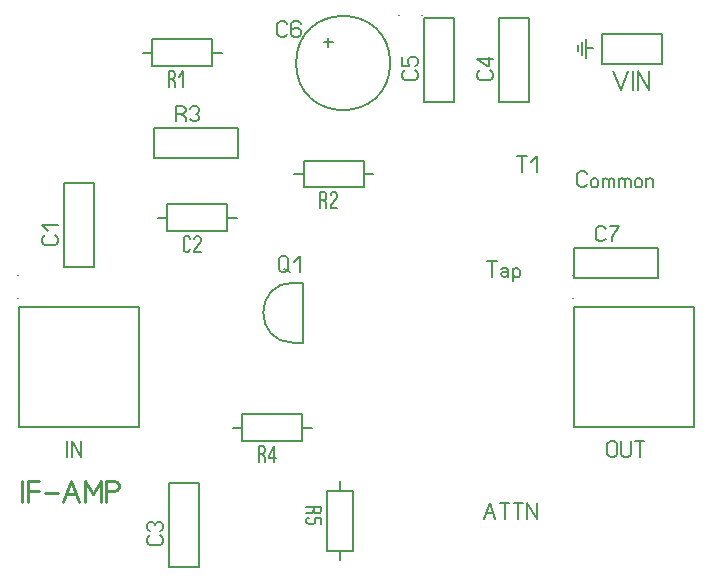
<source format=gbr>
%FSLAX34Y34*%
%MOMM*%
%LNSILK_TOP*%
G71*
G01*
%ADD10C,0.150*%
%ADD11C,0.167*%
%ADD12C,0.200*%
%ADD13C,0.144*%
%ADD14C,0.206*%
%ADD15C,0.222*%
%LPD*%
G54D10*
X-233030Y99435D02*
X-233030Y77260D01*
X-283730Y77260D01*
X-283730Y99435D01*
X-233030Y99435D01*
G54D10*
X-232830Y88348D02*
X-224930Y88348D01*
G54D10*
X-283830Y88348D02*
X-291730Y88347D01*
G54D11*
X-267304Y66090D02*
X-265304Y64423D01*
X-264637Y62756D01*
X-264637Y59423D01*
G54D11*
X-269971Y59423D02*
X-269971Y72756D01*
X-266637Y72756D01*
X-265304Y71923D01*
X-264637Y70256D01*
X-264637Y68590D01*
X-265304Y66923D01*
X-266637Y66090D01*
X-269971Y66090D01*
G54D11*
X-260971Y67756D02*
X-257637Y72756D01*
X-257637Y59423D01*
G54D10*
X-332931Y-21810D02*
X-358331Y-21810D01*
X-358331Y-93410D01*
X-332931Y-93410D01*
X-332931Y-21810D01*
G54D11*
X-366222Y-66466D02*
X-364556Y-67466D01*
X-363722Y-69466D01*
X-363722Y-71466D01*
X-364556Y-73466D01*
X-366222Y-74466D01*
X-374556Y-74466D01*
X-376222Y-73466D01*
X-377056Y-71466D01*
X-377056Y-69466D01*
X-376222Y-67466D01*
X-374556Y-66466D01*
G54D11*
X-372056Y-62799D02*
X-377056Y-57799D01*
X-363722Y-57799D01*
G54D10*
X144612Y-102364D02*
X144612Y-76964D01*
X73012Y-76964D01*
X73012Y-102364D01*
X144612Y-102364D01*
G54D11*
X99988Y-69072D02*
X98988Y-70739D01*
X96988Y-71572D01*
X94988Y-71572D01*
X92988Y-70739D01*
X91988Y-69072D01*
X91988Y-60739D01*
X92988Y-59072D01*
X94988Y-58239D01*
X96988Y-58239D01*
X98988Y-59072D01*
X99988Y-60739D01*
G54D11*
X103655Y-58239D02*
X111655Y-58239D01*
X110655Y-59906D01*
X108655Y-62406D01*
X106655Y-65739D01*
X105655Y-68239D01*
X105655Y-71572D01*
G54D12*
X106700Y72614D02*
X112700Y56614D01*
X118700Y72614D01*
G54D12*
X123100Y56614D02*
X123100Y72614D01*
G54D12*
X127500Y56614D02*
X127500Y72614D01*
X137100Y56614D01*
X137100Y72614D01*
G54D10*
X96904Y78788D02*
X96904Y104188D01*
X147704Y104188D01*
X147704Y78788D01*
X96904Y78788D01*
G54D12*
X89571Y92017D02*
X83220Y92017D01*
G54D12*
X83220Y84080D02*
X83221Y99955D01*
G54D12*
X80046Y97573D02*
X80046Y86461D01*
G54D12*
X76871Y89636D02*
X76871Y94398D01*
G54D10*
X-164400Y-106500D02*
X-156400Y-106500D01*
X-156400Y-157225D01*
X-164400Y-157225D01*
G54D10*
G75*
G01X-164361Y-106369D02*
G03X-164361Y-157370I0J-25500D01*
G01*
G54D11*
X-172544Y-94825D02*
X-167544Y-97325D01*
G54D11*
X-168544Y-86492D02*
X-168544Y-94825D01*
X-169544Y-96492D01*
X-171544Y-97325D01*
X-173544Y-97325D01*
X-175544Y-96492D01*
X-176544Y-94825D01*
X-176544Y-86492D01*
X-175544Y-84825D01*
X-173544Y-83992D01*
X-171544Y-83992D01*
X-169544Y-84825D01*
X-168544Y-86492D01*
G54D11*
X-163877Y-88992D02*
X-158877Y-83992D01*
X-158877Y-97325D01*
G54D10*
X-396900Y-126900D02*
X-295300Y-126900D01*
X-295300Y-228500D01*
X-396900Y-228500D01*
X-396900Y-126900D01*
G54D13*
X-397650Y-100150D02*
X-397650Y-100150D01*
G54D13*
X-397650Y-119650D02*
X-397650Y-119650D01*
G54D10*
X73000Y-126900D02*
X174600Y-126900D01*
X174600Y-228500D01*
X73000Y-228500D01*
X73000Y-126900D01*
G54D13*
X72250Y-100150D02*
X72250Y-100150D01*
G54D13*
X72250Y-119650D02*
X72250Y-119650D01*
G54D10*
X-210988Y-764D02*
X-210988Y24636D01*
X-282588Y24636D01*
X-282588Y-764D01*
X-210988Y-764D01*
G54D11*
X-259612Y36694D02*
X-256612Y35028D01*
X-255612Y33361D01*
X-255612Y30028D01*
G54D11*
X-263612Y30028D02*
X-263612Y43361D01*
X-258612Y43361D01*
X-256612Y42528D01*
X-255612Y40861D01*
X-255612Y39194D01*
X-256612Y37528D01*
X-258612Y36694D01*
X-263612Y36694D01*
G54D11*
X-251945Y40861D02*
X-250945Y42528D01*
X-248945Y43361D01*
X-246945Y43361D01*
X-244945Y42528D01*
X-243945Y40861D01*
X-243945Y39194D01*
X-244945Y37528D01*
X-246945Y36694D01*
X-244945Y35861D01*
X-243945Y34194D01*
X-243945Y32528D01*
X-244945Y30861D01*
X-246945Y30028D01*
X-248945Y30028D01*
X-250945Y30861D01*
X-251945Y32528D01*
G54D10*
X-220330Y-40265D02*
X-220330Y-62440D01*
X-271030Y-62440D01*
X-271030Y-40265D01*
X-220330Y-40265D01*
G54D10*
X-220130Y-51352D02*
X-212230Y-51352D01*
G54D10*
X-271130Y-51352D02*
X-279030Y-51353D01*
G54D11*
X-251937Y-77777D02*
X-252604Y-79444D01*
X-253937Y-80277D01*
X-255271Y-80277D01*
X-256604Y-79444D01*
X-257271Y-77777D01*
X-257271Y-69444D01*
X-256604Y-67777D01*
X-255271Y-66944D01*
X-253937Y-66944D01*
X-252604Y-67777D01*
X-251937Y-69444D01*
G54D11*
X-242937Y-80277D02*
X-248271Y-80277D01*
X-248271Y-79444D01*
X-247604Y-77777D01*
X-243604Y-72777D01*
X-242937Y-71110D01*
X-242937Y-69444D01*
X-243604Y-67777D01*
X-244937Y-66944D01*
X-246271Y-66944D01*
X-247604Y-67777D01*
X-248271Y-69444D01*
G54D10*
X-156830Y-218065D02*
X-156830Y-240240D01*
X-207530Y-240240D01*
X-207530Y-218065D01*
X-156830Y-218065D01*
G54D10*
X-156630Y-229152D02*
X-148730Y-229152D01*
G54D10*
X-207630Y-229152D02*
X-215530Y-229153D01*
G54D11*
X-191104Y-251410D02*
X-189104Y-253077D01*
X-188437Y-254744D01*
X-188437Y-258077D01*
G54D11*
X-193771Y-258077D02*
X-193771Y-244744D01*
X-190437Y-244744D01*
X-189104Y-245577D01*
X-188437Y-247244D01*
X-188437Y-248910D01*
X-189104Y-250577D01*
X-190437Y-251410D01*
X-193771Y-251410D01*
G54D11*
X-180771Y-258077D02*
X-180771Y-244744D01*
X-184771Y-253077D01*
X-184771Y-254744D01*
X-179437Y-254744D01*
G54D10*
X-244031Y-275810D02*
X-269431Y-275810D01*
X-269431Y-347410D01*
X-244031Y-347410D01*
X-244031Y-275810D01*
G54D11*
X-277322Y-320466D02*
X-275656Y-321466D01*
X-274822Y-323466D01*
X-274822Y-325466D01*
X-275656Y-327466D01*
X-277322Y-328466D01*
X-285656Y-328466D01*
X-287322Y-327466D01*
X-288156Y-325466D01*
X-288156Y-323466D01*
X-287322Y-321466D01*
X-285656Y-320466D01*
G54D11*
X-285656Y-316799D02*
X-287322Y-315799D01*
X-288156Y-313799D01*
X-288156Y-311799D01*
X-287322Y-309799D01*
X-285656Y-308799D01*
X-283989Y-308799D01*
X-282322Y-309799D01*
X-281489Y-311799D01*
X-280656Y-309799D01*
X-278989Y-308799D01*
X-277322Y-308799D01*
X-275656Y-309799D01*
X-274822Y-311799D01*
X-274822Y-313799D01*
X-275656Y-315799D01*
X-277322Y-316799D01*
G54D10*
X-113925Y-333330D02*
X-136100Y-333330D01*
X-136100Y-282630D01*
X-113925Y-282630D01*
X-113925Y-333330D01*
G54D10*
X-125013Y-333530D02*
X-125013Y-341430D01*
G54D10*
X-125013Y-282530D02*
X-125013Y-274630D01*
G54D11*
X-147271Y-299056D02*
X-148937Y-301056D01*
X-150604Y-301722D01*
X-153937Y-301722D01*
G54D11*
X-153937Y-296389D02*
X-140604Y-296389D01*
X-140604Y-299722D01*
X-141437Y-301056D01*
X-143104Y-301722D01*
X-144771Y-301722D01*
X-146437Y-301056D01*
X-147271Y-299722D01*
X-147271Y-296389D01*
G54D11*
X-140604Y-310722D02*
X-140604Y-305389D01*
X-146437Y-305389D01*
X-146437Y-306056D01*
X-145604Y-307389D01*
X-145604Y-308722D01*
X-146437Y-310056D01*
X-148104Y-310722D01*
X-151437Y-310722D01*
X-153104Y-310056D01*
X-153937Y-308722D01*
X-153937Y-307389D01*
X-153104Y-306056D01*
X-151437Y-305389D01*
G54D10*
X35369Y117890D02*
X9969Y117890D01*
X9969Y46290D01*
X35369Y46290D01*
X35369Y117890D01*
G54D11*
X2078Y73234D02*
X3744Y72234D01*
X4578Y70234D01*
X4578Y68234D01*
X3744Y66234D01*
X2078Y65234D01*
X-6256Y65234D01*
X-7922Y66234D01*
X-8756Y68234D01*
X-8756Y70234D01*
X-7922Y72234D01*
X-6256Y73234D01*
G54D11*
X4578Y82901D02*
X-8756Y82901D01*
X-422Y76901D01*
X1244Y76901D01*
X1244Y84901D01*
G54D10*
X-28131Y117890D02*
X-53531Y117890D01*
X-53531Y46290D01*
X-28131Y46290D01*
X-28131Y117890D01*
G54D11*
X-61422Y73234D02*
X-59756Y72234D01*
X-58922Y70234D01*
X-58922Y68234D01*
X-59756Y66234D01*
X-61422Y65234D01*
X-69756Y65234D01*
X-71422Y66234D01*
X-72256Y68234D01*
X-72256Y70234D01*
X-71422Y72234D01*
X-69756Y73234D01*
G54D11*
X-72256Y84901D02*
X-72256Y76901D01*
X-66422Y76901D01*
X-66422Y77901D01*
X-67256Y79901D01*
X-67256Y81901D01*
X-66422Y83901D01*
X-64756Y84901D01*
X-61422Y84901D01*
X-59756Y83901D01*
X-58922Y81901D01*
X-58922Y79901D01*
X-59756Y77901D01*
X-61422Y76901D01*
G54D10*
X-134894Y100806D02*
X-134894Y93206D01*
G54D10*
X-131094Y97006D02*
X-138694Y97006D01*
G54D10*
G75*
G01X-82344Y79500D02*
G03X-82344Y79500I-39850J0D01*
G01*
G54D14*
X-55594Y120100D02*
X-55594Y120100D01*
G54D14*
X-75094Y120100D02*
X-75094Y120100D01*
G54D10*
X-104846Y-3104D02*
X-104846Y-25279D01*
X-155546Y-25279D01*
X-155546Y-3104D01*
X-104846Y-3104D01*
G54D10*
X-104646Y-14191D02*
X-96746Y-14191D01*
G54D10*
X-155646Y-14191D02*
X-163546Y-14192D01*
G54D11*
X-139120Y-36449D02*
X-137120Y-38116D01*
X-136454Y-39782D01*
X-136454Y-43116D01*
G54D11*
X-141787Y-43116D02*
X-141787Y-29782D01*
X-138454Y-29782D01*
X-137120Y-30616D01*
X-136454Y-32282D01*
X-136454Y-33949D01*
X-137120Y-35616D01*
X-138454Y-36449D01*
X-141787Y-36449D01*
G54D11*
X-127454Y-43116D02*
X-132787Y-43116D01*
X-132787Y-42282D01*
X-132120Y-40616D01*
X-128120Y-35616D01*
X-127454Y-33949D01*
X-127454Y-32282D01*
X-128120Y-30616D01*
X-129454Y-29782D01*
X-130787Y-29782D01*
X-132120Y-30616D01*
X-132787Y-32282D01*
G54D11*
X-3200Y-306300D02*
X1800Y-292967D01*
X6800Y-306300D01*
G54D11*
X-1200Y-301300D02*
X4800Y-301300D01*
G54D11*
X14467Y-306300D02*
X14467Y-292967D01*
G54D11*
X10467Y-292967D02*
X18467Y-292967D01*
G54D11*
X26134Y-306300D02*
X26134Y-292967D01*
G54D11*
X22134Y-292967D02*
X30134Y-292967D01*
G54D11*
X33801Y-306300D02*
X33801Y-292967D01*
X41801Y-306300D01*
X41801Y-292967D01*
G54D11*
X-355600Y-254000D02*
X-355600Y-240667D01*
G54D11*
X-351933Y-254000D02*
X-351933Y-240667D01*
X-343933Y-254000D01*
X-343933Y-240667D01*
G54D11*
X109600Y-243167D02*
X109600Y-251500D01*
X108600Y-253167D01*
X106600Y-254000D01*
X104600Y-254000D01*
X102600Y-253167D01*
X101600Y-251500D01*
X101600Y-243167D01*
X102600Y-241500D01*
X104600Y-240667D01*
X106600Y-240667D01*
X108600Y-241500D01*
X109600Y-243167D01*
G54D11*
X113267Y-240667D02*
X113267Y-251500D01*
X114267Y-253167D01*
X116267Y-254000D01*
X118267Y-254000D01*
X120267Y-253167D01*
X121267Y-251500D01*
X121267Y-240667D01*
G54D11*
X128934Y-254000D02*
X128934Y-240667D01*
G54D11*
X124934Y-240667D02*
X132934Y-240667D01*
G54D11*
X84200Y-22900D02*
X83200Y-24567D01*
X81200Y-25400D01*
X79200Y-25400D01*
X77200Y-24567D01*
X76200Y-22900D01*
X76200Y-14567D01*
X77200Y-12900D01*
X79200Y-12067D01*
X81200Y-12067D01*
X83200Y-12900D01*
X84200Y-14567D01*
G54D11*
X93867Y-23400D02*
X93867Y-20067D01*
X92867Y-18400D01*
X90867Y-17900D01*
X88867Y-18400D01*
X87867Y-20067D01*
X87867Y-23400D01*
X88867Y-25067D01*
X90867Y-25400D01*
X92867Y-25067D01*
X93867Y-23400D01*
G54D11*
X97534Y-25400D02*
X97534Y-17900D01*
G54D11*
X97534Y-19233D02*
X99534Y-17900D01*
X101534Y-18400D01*
X102534Y-19567D01*
X102534Y-25400D01*
G54D11*
X102534Y-19233D02*
X104534Y-17900D01*
X106534Y-18400D01*
X107534Y-19567D01*
X107534Y-25400D01*
G54D11*
X111201Y-25400D02*
X111201Y-17900D01*
G54D11*
X111201Y-19233D02*
X113201Y-17900D01*
X115201Y-18400D01*
X116201Y-19567D01*
X116201Y-25400D01*
G54D11*
X116201Y-19233D02*
X118201Y-17900D01*
X120201Y-18400D01*
X121201Y-19567D01*
X121201Y-25400D01*
G54D11*
X130868Y-23400D02*
X130868Y-20067D01*
X129868Y-18400D01*
X127868Y-17900D01*
X125868Y-18400D01*
X124868Y-20067D01*
X124868Y-23400D01*
X125868Y-25067D01*
X127868Y-25400D01*
X129868Y-25067D01*
X130868Y-23400D01*
G54D11*
X134535Y-25400D02*
X134535Y-17900D01*
G54D11*
X134535Y-19567D02*
X135535Y-18400D01*
X137535Y-17900D01*
X139535Y-18400D01*
X140535Y-19567D01*
X140535Y-25400D01*
G54D11*
X4000Y-101600D02*
X4000Y-88267D01*
G54D11*
X0Y-88267D02*
X8000Y-88267D01*
G54D11*
X11667Y-94933D02*
X13667Y-94100D01*
X16067Y-94100D01*
X17667Y-95767D01*
X17667Y-101600D01*
G54D11*
X17667Y-99100D02*
X16667Y-97433D01*
X14667Y-97100D01*
X12667Y-97433D01*
X11667Y-99100D01*
X12067Y-100767D01*
X13667Y-101600D01*
X14667Y-101600D01*
X15067Y-101600D01*
X16667Y-100767D01*
X17667Y-99100D01*
G54D11*
X21334Y-94100D02*
X21334Y-104933D01*
G54D11*
X21334Y-99100D02*
X22334Y-101267D01*
X24334Y-101600D01*
X26334Y-101267D01*
X27334Y-99600D01*
X27334Y-96267D01*
X26334Y-94600D01*
X24334Y-94100D01*
X22334Y-94600D01*
X21334Y-96600D01*
G54D11*
X-169800Y104100D02*
X-170800Y102433D01*
X-172800Y101600D01*
X-174800Y101600D01*
X-176800Y102433D01*
X-177800Y104100D01*
X-177800Y112433D01*
X-176800Y114100D01*
X-174800Y114933D01*
X-172800Y114933D01*
X-170800Y114100D01*
X-169800Y112433D01*
G54D11*
X-158133Y112433D02*
X-159133Y114100D01*
X-161133Y114933D01*
X-163133Y114933D01*
X-165133Y114100D01*
X-166133Y112433D01*
X-166133Y108267D01*
X-166133Y107433D01*
X-163133Y109100D01*
X-161133Y109100D01*
X-159133Y108267D01*
X-158133Y106600D01*
X-158133Y104100D01*
X-159133Y102433D01*
X-161133Y101600D01*
X-163133Y101600D01*
X-165133Y102433D01*
X-166133Y104100D01*
X-166133Y108267D01*
G54D11*
X29400Y-12700D02*
X29400Y633D01*
G54D11*
X25400Y633D02*
X33400Y633D01*
G54D11*
X37067Y-4367D02*
X42067Y633D01*
X42067Y-12700D01*
G54D15*
X-393700Y-292100D02*
X-393700Y-274322D01*
G54D15*
X-388811Y-292100D02*
X-388811Y-274322D01*
X-379478Y-274322D01*
G54D15*
X-388811Y-283211D02*
X-379478Y-283211D01*
G54D15*
X-374589Y-284322D02*
X-363922Y-284322D01*
G54D15*
X-359033Y-292100D02*
X-352366Y-274322D01*
X-345700Y-292100D01*
G54D15*
X-356366Y-285433D02*
X-348366Y-285433D01*
G54D15*
X-340811Y-292100D02*
X-340811Y-274322D01*
X-334144Y-285433D01*
X-327478Y-274322D01*
X-327478Y-292100D01*
G54D15*
X-322589Y-292100D02*
X-322589Y-274322D01*
X-315922Y-274322D01*
X-313256Y-275433D01*
X-311922Y-277656D01*
X-311922Y-279878D01*
X-313256Y-282100D01*
X-315922Y-283211D01*
X-322589Y-283211D01*
M02*

</source>
